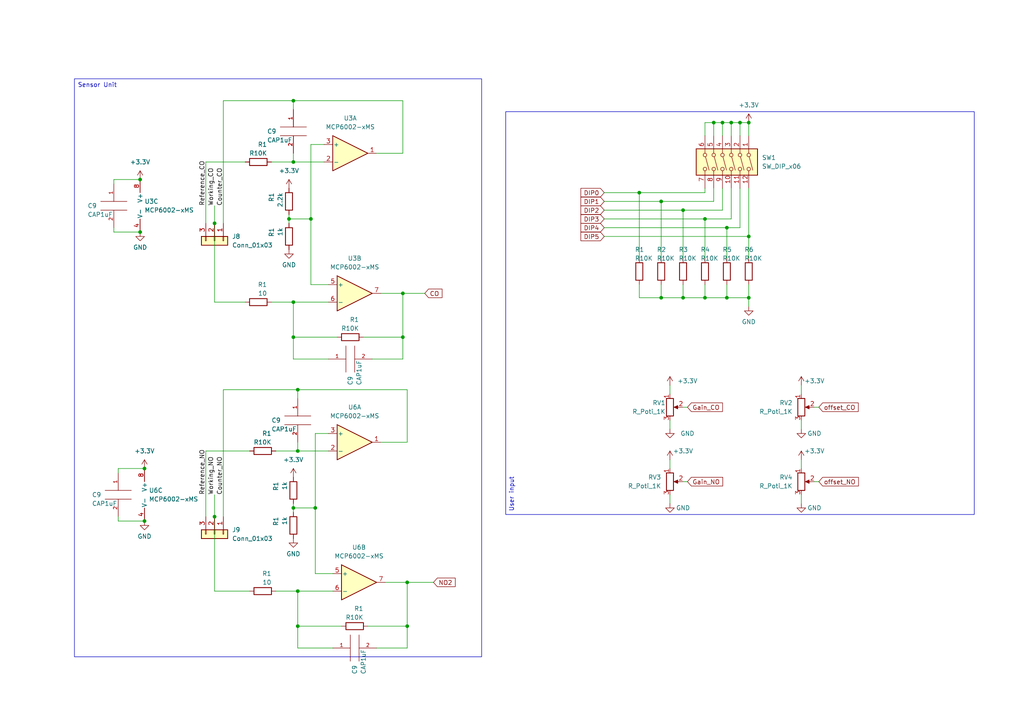
<source format=kicad_sch>
(kicad_sch (version 20230121) (generator eeschema)
  (paper "A4")
  (title_block (title "NO-CO Gas sensor") (date "2023-09-27") (comment 1 "Author: Felix Sarbach"))
  (lib_symbols
    (symbol "Amplifier_Operational:MCP6002-xMS" (pin_names (offset 0.127))
      (property "Reference" "U" (at 0 5.08 0))
      (property "Value" "MCP6002-xMS" (at 0 -5.08 0))
      (symbol "MCP6002-xMS_1_1"
        (polyline (pts (xy -5.08 5.08) (xy 5.08 0) (xy -5.08 -5.08) (xy -5.08 5.08)) (stroke (width 0.254)) (fill (type background)))
        (pin output line (at 7.62 0 180) (length 2.54) (name "~") (number "1"))
        (pin input line (at -7.62 -2.54 0) (length 2.54) (name "-") (number "2"))
        (pin input line (at -7.62 2.54 0) (length 2.54) (name "+") (number "3"))
      )
      (symbol "MCP6002-xMS_2_1"
        (polyline (pts (xy -5.08 5.08) (xy 5.08 0) (xy -5.08 -5.08) (xy -5.08 5.08)) (stroke (width 0.254)) (fill (type background)))
        (pin input line (at -7.62 2.54 0) (length 2.54) (name "+") (number "5"))
        (pin input line (at -7.62 -2.54 0) (length 2.54) (name "-") (number "6"))
        (pin output line (at 7.62 0 180) (length 2.54) (name "~") (number "7"))
      )
      (symbol "MCP6002-xMS_3_1"
        (pin power_in line (at -2.54 -7.62 90) (length 3.81) (name "V-") (number "4"))
        (pin power_in line (at -2.54 7.62 270) (length 3.81) (name "V+") (number "8"))
      )
    )
    (symbol "Connector_Generic:Conn_01x03" (pin_names (offset 1.016) hide)
      (property "Reference" "J" (at 0 5.08 0))
      (property "Value" "Conn_01x03" (at 0 -5.08 0))
      (symbol "Conn_01x03_1_1"
        (rectangle (start -1.27 -2.413) (end 0 -2.667) (stroke (width 0.1524)))
        (rectangle (start -1.27 0.127) (end 0 -0.127) (stroke (width 0.1524)))
        (rectangle (start -1.27 2.667) (end 0 2.413) (stroke (width 0.1524)))
        (rectangle (start -1.27 3.81) (end 1.27 -3.81) (stroke (width 0.254)) (fill (type background)))
        (pin passive line (at -5.08 2.54 0) (length 3.81) (name "Pin_1") (number "1"))
        (pin passive line (at -5.08 0 0) (length 3.81) (name "Pin_2") (number "2"))
        (pin passive line (at -5.08 -2.54 0) (length 3.81) (name "Pin_3") (number "3"))
      )
    )
    (symbol "Device:R" (pin_numbers hide) (pin_names (offset 0))
      (property "Reference" "R" (at 2.032 0 90))
      (property "Value" "R" (at 0 0 90))
      (symbol "R_0_1"
        (rectangle (start -1.016 -2.54) (end 1.016 2.54) (stroke (width 0.254)))
      )
      (symbol "R_1_1"
        (pin passive line (at 0 3.81 270) (length 1.27) (name "~") (number "1"))
        (pin passive line (at 0 -3.81 90) (length 1.27) (name "~") (number "2"))
      )
    )
    (symbol "Device:R_Potentiometer" (pin_names (offset 1.016) hide)
      (property "Reference" "RV" (at -4.445 0 90))
      (property "Value" "R_Potentiometer" (at -2.54 0 90))
      (symbol "R_Potentiometer_0_1"
        (polyline (pts (xy 2.54 0) (xy 1.524 0)))
        (polyline (pts (xy 1.143 0) (xy 2.286 0.508) (xy 2.286 -0.508) (xy 1.143 0)) (fill (type outline)))
        (rectangle (start 1.016 2.54) (end -1.016 -2.54) (stroke (width 0.254)))
      )
      (symbol "R_Potentiometer_1_1"
        (pin passive line (at 0 3.81 270) (length 1.27) (name "1") (number "1"))
        (pin passive line (at 3.81 0 180) (length 1.27) (name "2") (number "2"))
        (pin passive line (at 0 -3.81 90) (length 1.27) (name "3") (number "3"))
      )
    )
    (symbol "Switch:SW_DIP_x06" (pin_names (offset 0) hide)
      (property "Reference" "SW" (at 0 11.43 0))
      (property "Value" "SW_DIP_x06" (at 0 -8.89 0))
      (symbol "SW_DIP_x06_0_0"
        (circle (center -2.032 -5.08) (radius 0.508))
        (circle (center -2.032 -2.54) (radius 0.508))
        (circle (center -2.032 0) (radius 0.508))
        (circle (center -2.032 2.54) (radius 0.508))
        (circle (center -2.032 5.08) (radius 0.508))
        (circle (center -2.032 7.62) (radius 0.508))
        (polyline (pts (xy -1.524 -4.9276) (xy 2.3622 -3.8862)))
        (polyline (pts (xy -1.524 -2.3876) (xy 2.3622 -1.3462)))
        (polyline (pts (xy -1.524 0.127) (xy 2.3622 1.1684)))
        (polyline (pts (xy -1.524 2.667) (xy 2.3622 3.7084)))
        (polyline (pts (xy -1.524 5.207) (xy 2.3622 6.2484)))
        (polyline (pts (xy -1.524 7.747) (xy 2.3622 8.7884)))
        (circle (center 2.032 -5.08) (radius 0.508))
        (circle (center 2.032 -2.54) (radius 0.508))
        (circle (center 2.032 0) (radius 0.508))
        (circle (center 2.032 2.54) (radius 0.508))
        (circle (center 2.032 5.08) (radius 0.508))
        (circle (center 2.032 7.62) (radius 0.508))
      )
      (symbol "SW_DIP_x06_0_1"
        (rectangle (start -3.81 10.16) (end 3.81 -7.62) (stroke (width 0.254)) (fill (type background)))
      )
      (symbol "SW_DIP_x06_1_1"
        (pin passive line (at -7.62 7.62 0) (length 5.08) (name "~") (number "1"))
        (pin passive line (at 7.62 2.54 180) (length 5.08) (name "~") (number "10"))
        (pin passive line (at 7.62 5.08 180) (length 5.08) (name "~") (number "11"))
        (pin passive line (at 7.62 7.62 180) (length 5.08) (name "~") (number "12"))
        (pin passive line (at -7.62 5.08 0) (length 5.08) (name "~") (number "2"))
        (pin passive line (at -7.62 2.54 0) (length 5.08) (name "~") (number "3"))
        (pin passive line (at -7.62 0 0) (length 5.08) (name "~") (number "4"))
        (pin passive line (at -7.62 -2.54 0) (length 5.08) (name "~") (number "5"))
        (pin passive line (at -7.62 -5.08 0) (length 5.08) (name "~") (number "6"))
        (pin passive line (at 7.62 -5.08 180) (length 5.08) (name "~") (number "7"))
        (pin passive line (at 7.62 -2.54 180) (length 5.08) (name "~") (number "8"))
        (pin passive line (at 7.62 0 180) (length 5.08) (name "~") (number "9"))
      )
    )
    (symbol "power:+3.3V" (power) (pin_names (offset 0))
      (property "Value" "+3.3V" (at 0 3.556 0))
      (symbol "+3.3V_0_1"
        (polyline (pts (xy -0.762 1.27) (xy 0 2.54)))
        (polyline (pts (xy 0 0) (xy 0 2.54)))
        (polyline (pts (xy 0 2.54) (xy 0.762 1.27)))
      )
      (symbol "+3.3V_1_1"
        (pin power_in line (at 0 0 90) (length 0) hide (name "+3.3V") (number "1"))
      )
    )
    (symbol "power:GND" (power) (pin_names (offset 0))
      (property "Value" "GND" (at 0 -3.81 0))
      (symbol "GND_0_1"
        (polyline (pts (xy 0 0) (xy 0 -1.27) (xy 1.27 -1.27) (xy 0 -2.54) (xy -1.27 -1.27) (xy 0 -1.27)))
      )
      (symbol "GND_1_1"
        (pin power_in line (at 0 0 270) (length 0) hide (name "GND") (number "1"))
      )
    )
    (symbol "pspice:CAP" (pin_names (offset 0.254))
      (property "Reference" "C" (at 2.54 3.81 90))
      (property "Value" "CAP" (at 2.54 -3.81 90))
      (symbol "CAP_0_1"
        (polyline (pts (xy -3.81 -1.27) (xy 3.81 -1.27)))
        (polyline (pts (xy -3.81 1.27) (xy 3.81 1.27)))
      )
      (symbol "CAP_1_1"
        (pin passive line (at 0 6.35 270) (length 5.08) (name "~") (number "1"))
        (pin passive line (at 0 -6.35 90) (length 5.08) (name "~") (number "2"))
      )
    )
  )
  (junction (at 217.17 86.36))
  (junction (at 207.01 35.56))
  (junction (at 85.09 147.32))
  (junction (at 204.47 63.5))
  (junction (at 209.55 35.56))
  (junction (at 85.09 97.79))
  (junction (at 191.77 58.42))
  (junction (at 210.82 66.04))
  (junction (at 191.77 86.36))
  (junction (at 40.64 52.07))
  (junction (at 116.84 85.09))
  (junction (at 86.36 181.61))
  (junction (at 40.64 67.31))
  (junction (at 85.09 87.63))
  (junction (at 118.11 168.91))
  (junction (at 118.11 181.61))
  (junction (at 116.84 97.79))
  (junction (at 90.17 63.5))
  (junction (at 86.36 113.03))
  (junction (at 217.17 35.56))
  (junction (at 198.12 86.36))
  (junction (at 62.23 64.77))
  (junction (at 217.17 68.58))
  (junction (at 85.09 46.99))
  (junction (at 41.91 135.89))
  (junction (at 185.42 55.88))
  (junction (at 210.82 86.36))
  (junction (at 41.91 151.13))
  (junction (at 83.82 63.5))
  (junction (at 204.47 86.36))
  (junction (at 214.63 35.56))
  (junction (at 86.36 171.45))
  (junction (at 85.09 29.21))
  (junction (at 198.12 60.96))
  (junction (at 91.44 147.32))
  (junction (at 212.09 35.56))
  (junction (at 86.36 130.81))
  (junction (at 62.23 149.86))
  (wire (pts (xy 116.84 97.79) (xy 116.84 85.09)))
  (wire (pts (xy 34.29 151.13) (xy 41.91 151.13)))
  (wire (pts (xy 175.26 63.5) (xy 204.47 63.5)))
  (wire (pts (xy 191.77 58.42) (xy 207.01 58.42)))
  (wire (pts (xy 78.74 46.99) (xy 85.09 46.99)))
  (wire (pts (xy 86.36 113.03) (xy 118.11 113.03)))
  (wire (pts (xy 80.01 130.81) (xy 86.36 130.81)))
  (wire (pts (xy 175.26 66.04) (xy 210.82 66.04)))
  (wire (pts (xy 210.82 86.36) (xy 204.47 86.36)))
  (wire (pts (xy 232.41 143.51) (xy 232.41 146.05)))
  (wire (pts (xy 90.17 41.91) (xy 93.98 41.91)))
  (wire (pts (xy 62.23 64.77) (xy 62.23 87.63)))
  (wire (pts (xy 209.55 35.56) (xy 212.09 35.56)))
  (wire (pts (xy 33.02 53.34) (xy 33.02 52.07)))
  (wire (pts (xy 91.44 125.73) (xy 91.44 147.32)))
  (wire (pts (xy 185.42 86.36) (xy 185.42 82.55)))
  (wire (pts (xy 209.55 35.56) (xy 207.01 35.56)))
  (wire (pts (xy 34.29 137.16) (xy 34.29 135.89)))
  (wire (pts (xy 191.77 58.42) (xy 191.77 74.93)))
  (wire (pts (xy 194.31 121.92) (xy 194.31 124.46)))
  (wire (pts (xy 109.22 187.96) (xy 118.11 187.96)))
  (wire (pts (xy 83.82 63.5) (xy 83.82 62.23)))
  (wire (pts (xy 64.77 113.03) (xy 86.36 113.03)))
  (wire (pts (xy 85.09 87.63) (xy 95.25 87.63)))
  (wire (pts (xy 85.09 147.32) (xy 91.44 147.32)))
  (wire (pts (xy 118.11 128.27) (xy 118.11 113.03)))
  (wire (pts (xy 110.49 128.27) (xy 118.11 128.27)))
  (wire (pts (xy 86.36 181.61) (xy 86.36 187.96)))
  (wire (pts (xy 204.47 63.5) (xy 212.09 63.5)))
  (wire (pts (xy 111.76 168.91) (xy 118.11 168.91)))
  (wire (pts (xy 204.47 63.5) (xy 204.47 74.93)))
  (wire (pts (xy 97.79 97.79) (xy 85.09 97.79)))
  (wire (pts (xy 107.95 104.14) (xy 116.84 104.14)))
  (wire (pts (xy 209.55 60.96) (xy 209.55 54.61)))
  (wire (pts (xy 191.77 82.55) (xy 191.77 86.36)))
  (wire (pts (xy 198.12 86.36) (xy 204.47 86.36)))
  (wire (pts (xy 118.11 187.96) (xy 118.11 181.61)))
  (wire (pts (xy 210.82 82.55) (xy 210.82 86.36)))
  (wire (pts (xy 212.09 63.5) (xy 212.09 54.61)))
  (wire (pts (xy 118.11 181.61) (xy 118.11 168.91)))
  (wire (pts (xy 85.09 29.21) (xy 64.77 29.21)))
  (wire (pts (xy 232.41 133.35) (xy 232.41 135.89)))
  (wire (pts (xy 217.17 54.61) (xy 217.17 68.58)))
  (wire (pts (xy 85.09 87.63) (xy 85.09 97.79)))
  (wire (pts (xy 116.84 85.09) (xy 123.19 85.09)))
  (wire (pts (xy 85.09 29.21) (xy 85.09 31.75)))
  (wire (pts (xy 217.17 82.55) (xy 217.17 86.36)))
  (wire (pts (xy 217.17 88.9) (xy 217.17 86.36)))
  (wire (pts (xy 90.17 41.91) (xy 90.17 63.5)))
  (wire (pts (xy 86.36 171.45) (xy 96.52 171.45)))
  (wire (pts (xy 212.09 35.56) (xy 212.09 39.37)))
  (wire (pts (xy 33.02 67.31) (xy 40.64 67.31)))
  (wire (pts (xy 232.41 121.92) (xy 232.41 124.46)))
  (wire (pts (xy 198.12 60.96) (xy 198.12 74.93)))
  (wire (pts (xy 85.09 44.45) (xy 85.09 46.99)))
  (wire (pts (xy 214.63 66.04) (xy 214.63 54.61)))
  (wire (pts (xy 214.63 35.56) (xy 212.09 35.56)))
  (wire (pts (xy 109.22 44.45) (xy 116.84 44.45)))
  (wire (pts (xy 185.42 55.88) (xy 185.42 74.93)))
  (wire (pts (xy 217.17 68.58) (xy 217.17 74.93)))
  (wire (pts (xy 85.09 46.99) (xy 93.98 46.99)))
  (wire (pts (xy 236.22 139.7) (xy 237.49 139.7)))
  (wire (pts (xy 86.36 130.81) (xy 95.25 130.81)))
  (wire (pts (xy 175.26 55.88) (xy 185.42 55.88)))
  (wire (pts (xy 62.23 171.45) (xy 72.39 171.45)))
  (wire (pts (xy 86.36 128.27) (xy 86.36 130.81)))
  (wire (pts (xy 62.23 59.69) (xy 62.23 64.77)))
  (wire (pts (xy 96.52 187.96) (xy 86.36 187.96)))
  (wire (pts (xy 207.01 35.56) (xy 207.01 39.37)))
  (wire (pts (xy 80.01 171.45) (xy 86.36 171.45)))
  (wire (pts (xy 185.42 55.88) (xy 204.47 55.88)))
  (wire (pts (xy 207.01 58.42) (xy 207.01 54.61)))
  (wire (pts (xy 64.77 29.21) (xy 64.77 64.77)))
  (wire (pts (xy 33.02 52.07) (xy 40.64 52.07)))
  (wire (pts (xy 118.11 168.91) (xy 125.73 168.91)))
  (wire (pts (xy 83.82 64.77) (xy 83.82 63.5)))
  (wire (pts (xy 116.84 44.45) (xy 116.84 29.21)))
  (wire (pts (xy 62.23 143.51) (xy 62.23 149.86)))
  (wire (pts (xy 85.09 29.21) (xy 116.84 29.21)))
  (wire (pts (xy 95.25 104.14) (xy 85.09 104.14)))
  (wire (pts (xy 86.36 171.45) (xy 86.36 181.61)))
  (wire (pts (xy 217.17 35.56) (xy 217.17 39.37)))
  (wire (pts (xy 90.17 82.55) (xy 90.17 63.5)))
  (wire (pts (xy 59.69 130.81) (xy 59.69 149.86)))
  (wire (pts (xy 191.77 86.36) (xy 198.12 86.36)))
  (wire (pts (xy 90.17 82.55) (xy 95.25 82.55)))
  (wire (pts (xy 204.47 35.56) (xy 204.47 39.37)))
  (wire (pts (xy 83.82 63.5) (xy 90.17 63.5)))
  (wire (pts (xy 59.69 46.99) (xy 71.12 46.99)))
  (wire (pts (xy 198.12 60.96) (xy 175.26 60.96)))
  (wire (pts (xy 72.39 130.81) (xy 59.69 130.81)))
  (wire (pts (xy 62.23 149.86) (xy 62.23 171.45)))
  (wire (pts (xy 34.29 135.89) (xy 41.91 135.89)))
  (wire (pts (xy 34.29 149.86) (xy 34.29 151.13)))
  (wire (pts (xy 217.17 35.56) (xy 214.63 35.56)))
  (wire (pts (xy 64.77 113.03) (xy 64.77 149.86)))
  (wire (pts (xy 86.36 113.03) (xy 86.36 115.57)))
  (wire (pts (xy 194.31 133.35) (xy 194.31 135.89)))
  (wire (pts (xy 198.12 60.96) (xy 209.55 60.96)))
  (wire (pts (xy 210.82 66.04) (xy 214.63 66.04)))
  (wire (pts (xy 106.68 181.61) (xy 118.11 181.61)))
  (wire (pts (xy 207.01 35.56) (xy 204.47 35.56)))
  (wire (pts (xy 33.02 66.04) (xy 33.02 67.31)))
  (wire (pts (xy 232.41 111.76) (xy 232.41 114.3)))
  (wire (pts (xy 204.47 54.61) (xy 204.47 55.88)))
  (wire (pts (xy 175.26 58.42) (xy 191.77 58.42)))
  (wire (pts (xy 194.31 111.76) (xy 194.31 114.3)))
  (wire (pts (xy 191.77 86.36) (xy 185.42 86.36)))
  (wire (pts (xy 198.12 139.7) (xy 199.39 139.7)))
  (wire (pts (xy 91.44 166.37) (xy 91.44 147.32)))
  (wire (pts (xy 105.41 97.79) (xy 116.84 97.79)))
  (wire (pts (xy 59.69 46.99) (xy 59.69 64.77)))
  (wire (pts (xy 110.49 85.09) (xy 116.84 85.09)))
  (wire (pts (xy 204.47 82.55) (xy 204.47 86.36)))
  (wire (pts (xy 85.09 104.14) (xy 85.09 97.79)))
  (wire (pts (xy 91.44 166.37) (xy 96.52 166.37)))
  (wire (pts (xy 91.44 125.73) (xy 95.25 125.73)))
  (wire (pts (xy 210.82 86.36) (xy 217.17 86.36)))
  (wire (pts (xy 85.09 147.32) (xy 85.09 146.05)))
  (wire (pts (xy 194.31 143.51) (xy 194.31 146.05)))
  (wire (pts (xy 236.22 118.11) (xy 237.49 118.11)))
  (wire (pts (xy 62.23 87.63) (xy 71.12 87.63)))
  (wire (pts (xy 99.06 181.61) (xy 86.36 181.61)))
  (wire (pts (xy 116.84 104.14) (xy 116.84 97.79)))
  (wire (pts (xy 198.12 118.11) (xy 199.39 118.11)))
  (wire (pts (xy 214.63 35.56) (xy 214.63 39.37)))
  (wire (pts (xy 198.12 82.55) (xy 198.12 86.36)))
  (wire (pts (xy 175.26 68.58) (xy 217.17 68.58)))
  (wire (pts (xy 209.55 35.56) (xy 209.55 39.37)))
  (wire (pts (xy 85.09 148.59) (xy 85.09 147.32)))
  (wire (pts (xy 78.74 87.63) (xy 85.09 87.63)))
  (wire (pts (xy 210.82 66.04) (xy 210.82 74.93)))
  (text_box "Sensor Unit" (at 21.59 22.86 0) (size 118.11 167.64) (effects (font (size 1.27 1.27)) (justify left top)))
  (text_box "User input" (at 146.685 149.225 90) (size 135.89 -116.84) (effects (font (size 1.27 1.27)) (justify left top)))
  (label "Working_NO" (at 62.23 143.51 90))
  (label "Reference_CO" (at 59.69 59.69 90))
  (label "Reference_NO" (at 59.69 143.51 90))
  (label "Counter_NO" (at 64.77 143.51 90))
  (label "Counter_CO" (at 64.77 59.69 90))
  (label "Working_CO" (at 62.23 59.69 90))
  (global_label "DIP0" (shape input) (at 175.26 55.88 180) (property "Intersheetrefs" "${INTERSHEET_REFS}" (effects hide)))
  (global_label "DIP4" (shape input) (at 175.26 66.04 180) (property "Intersheetrefs" "${INTERSHEET_REFS}" (effects hide)))
  (global_label "NO2" (shape input) (at 125.73 168.91 0) (property "Intersheetrefs" "${INTERSHEET_REFS}" (effects hide)))
  (global_label "CO" (shape input) (at 123.19 85.09 0) (property "Intersheetrefs" "${INTERSHEET_REFS}" (effects hide)))
  (global_label "offset_NO" (shape input) (at 237.49 139.7 0) (property "Intersheetrefs" "${INTERSHEET_REFS}" (effects hide)))
  (global_label "DIP2" (shape input) (at 175.26 60.96 180) (property "Intersheetrefs" "${INTERSHEET_REFS}" (effects hide)))
  (global_label "Gain_CO" (shape input) (at 199.39 118.11 0) (property "Intersheetrefs" "${INTERSHEET_REFS}" (effects hide)))
  (global_label "DIP3" (shape input) (at 175.26 63.5 180) (property "Intersheetrefs" "${INTERSHEET_REFS}" (effects hide)))
  (global_label "DIP1" (shape input) (at 175.26 58.42 180) (property "Intersheetrefs" "${INTERSHEET_REFS}" (effects hide)))
  (global_label "offset_CO" (shape input) (at 237.49 118.11 0) (property "Intersheetrefs" "${INTERSHEET_REFS}" (effects hide)))
  (global_label "DIP5" (shape input) (at 175.26 68.58 180) (property "Intersheetrefs" "${INTERSHEET_REFS}" (effects hide)))
  (global_label "Gain_NO" (shape input) (at 199.39 139.7 0) (property "Intersheetrefs" "${INTERSHEET_REFS}" (effects hide)))
  (symbol (lib_id "Device:R") (at 74.93 87.63 90) (unit 1)
    (property "Reference" "R1" (at 77.47 82.55 90) (effects (justify left)))
    (property "Value" "10" (at 77.47 85.09 90) (effects (justify left)))
    (property "Footprint" "Resistor_SMD:R_0603_1608Metric" (effects hide))
    (instances (project "RS485-Gassensor-Dev" (path "" (reference "R1") (unit 1)) (path "" (reference "R8") (unit 1))))
  )
  (symbol (lib_id "power:GND") (at 40.64 67.31 0) (unit 1)
    (property "Reference" "#PWR013" (effects hide))
    (property "Value" "GND" (at 40.64 71.755 0))
    (instances (project "RS485-Gassensor-Dev" (path "" (reference "#PWR013") (unit 1)) (path "" (reference "#PWR021") (unit 1))))
  )
  (symbol (lib_id "power:GND") (at 232.41 124.46 0) (unit 1)
    (property "Reference" "#PWR015" (effects hide))
    (property "Value" "GND" (at 236.22 125.73 0))
  )
  (symbol (lib_id "power:+3.3V") (at 85.09 138.43 0) (unit 1)
    (property "Reference" "#PWR012" (effects hide))
    (property "Value" "+3.3V" (at 85.09 133.35 0))
    (instances (project "RS485-Gassensor-Dev" (path "" (reference "#PWR012") (unit 1)) (path "" (reference "#PWR050") (unit 1))))
  )
  (symbol (lib_id "Device:R") (at 83.82 68.58 180) (unit 1)
    (property "Reference" "R1" (at 78.74 66.04 90) (effects (justify left)))
    (property "Value" "1k" (at 81.28 66.04 90) (effects (justify left)))
    (property "Footprint" "Resistor_SMD:R_0603_1608Metric" (effects hide))
    (instances (project "RS485-Gassensor-Dev" (path "" (reference "R1") (unit 1)) (path "" (reference "R9") (unit 1))))
  )
  (symbol (lib_id "Device:R") (at 102.87 181.61 90) (unit 1)
    (property "Reference" "R1" (at 105.41 176.53 90) (effects (justify left)))
    (property "Value" "R10K" (at 105.41 179.07 90) (effects (justify left)))
    (property "Footprint" "Resistor_SMD:R_0603_1608Metric" (effects hide))
    (instances (project "RS485-Gassensor-Dev" (path "" (reference "R1") (unit 1)) (path "" (reference "R29") (unit 1))))
  )
  (symbol (lib_id "pspice:CAP") (at 101.6 104.14 90) (unit 1)
    (property "Reference" "C9" (at 101.6 111.76 0) (effects (justify left)))
    (property "Value" "CAP1uF" (at 104.14 111.76 0) (effects (justify left)))
    (property "Footprint" "Capacitor_SMD:C_0603_1608Metric" (effects hide))
    (instances (project "RS485-Gassensor-Dev" (path "" (reference "C9") (unit 1)) (path "" (reference "C9") (unit 1)) (path "" (reference "C9") (unit 1)) (path "" (reference "C15") (unit 1))))
  )
  (symbol (lib_id "power:+3.3V") (at 41.91 135.89 0) (unit 1)
    (property "Reference" "#PWR012" (effects hide))
    (property "Value" "+3.3V" (at 41.91 130.81 0))
    (instances (project "RS485-Gassensor-Dev" (path "" (reference "#PWR012") (unit 1)) (path "" (reference "#PWR028") (unit 1))))
  )
  (symbol (lib_id "Device:R") (at 83.82 58.42 180) (unit 1)
    (property "Reference" "R1" (at 78.74 55.88 90) (effects (justify left)))
    (property "Value" "2.2k" (at 81.28 55.88 90) (effects (justify left)))
    (property "Footprint" "Resistor_SMD:R_0603_1608Metric" (effects hide))
    (instances (project "RS485-Gassensor-Dev" (path "" (reference "R1") (unit 1)) (path "" (reference "R14") (unit 1))))
  )
  (symbol (lib_id "pspice:CAP") (at 86.36 121.92 0) (unit 1)
    (property "Reference" "C9" (at 78.74 121.92 0) (effects (justify left)))
    (property "Value" "CAP1uF" (at 78.74 124.46 0) (effects (justify left)))
    (property "Footprint" "Capacitor_SMD:C_0603_1608Metric" (effects hide))
    (instances (project "RS485-Gassensor-Dev" (path "" (reference "C9") (unit 1)) (path "" (reference "C9") (unit 1)) (path "" (reference "C9") (unit 1)) (path "" (reference "C13") (unit 1))))
  )
  (symbol (lib_id "Device:R") (at 85.09 142.24 180) (unit 1)
    (property "Reference" "R1" (at 80.01 139.7 90) (effects (justify left)))
    (property "Value" "1k" (at 82.55 139.7 90) (effects (justify left)))
    (property "Footprint" "Resistor_SMD:R_0603_1608Metric" (effects hide))
    (instances (project "RS485-Gassensor-Dev" (path "" (reference "R1") (unit 1)) (path "" (reference "R27") (unit 1))))
  )
  (symbol (lib_id "Device:R") (at 191.77 78.74 0) (unit 1)
    (property "Reference" "R2" (at 190.5 72.39 0) (effects (justify left)))
    (property "Value" "R10K" (at 190.5 74.93 0) (effects (justify left)))
    (property "Footprint" "Resistor_SMD:R_0603_1608Metric" (effects hide))
  )
  (symbol (lib_id "power:+3.3V") (at 83.82 54.61 0) (unit 1)
    (property "Reference" "#PWR012" (effects hide))
    (property "Value" "+3.3V" (at 83.82 49.53 0))
    (instances (project "RS485-Gassensor-Dev" (path "" (reference "#PWR012") (unit 1)) (path "" (reference "#PWR025") (unit 1))))
  )
  (symbol (lib_id "Device:R") (at 85.09 152.4 180) (unit 1)
    (property "Reference" "R1" (at 80.01 149.86 90) (effects (justify left)))
    (property "Value" "1k" (at 82.55 149.86 90) (effects (justify left)))
    (property "Footprint" "Resistor_SMD:R_0603_1608Metric" (effects hide))
    (instances (project "RS485-Gassensor-Dev" (path "" (reference "R1") (unit 1)) (path "" (reference "R28") (unit 1))))
  )
  (symbol (lib_id "power:GND") (at 194.31 124.46 0) (unit 1)
    (property "Reference" "#PWR09" (effects hide))
    (property "Value" "GND" (at 199.39 125.73 0))
  )
  (symbol (lib_id "Amplifier_Operational:MCP6002-xMS") (at 43.18 59.69 0) (unit 3)
    (property "Reference" "U3" (at 41.91 58.42 0) (effects (justify left)))
    (property "Value" "MCP6002-xMS" (at 41.91 60.96 0) (effects (justify left)))
    (property "Footprint" "Package_SO:SOIC-8_3.9x4.9mm_P1.27mm" (effects hide))
    (property "Datasheet" "http://ww1.microchip.com/downloads/en/DeviceDoc/21733j.pdf" (effects hide))
  )
  (symbol (lib_id "power:+3.3V") (at 217.17 35.56 0) (unit 1)
    (property "Reference" "#PWR012" (effects hide))
    (property "Value" "+3.3V" (at 217.17 30.48 0))
  )
  (symbol (lib_id "Device:R") (at 198.12 78.74 0) (unit 1)
    (property "Reference" "R3" (at 196.85 72.39 0) (effects (justify left)))
    (property "Value" "R10K" (at 196.85 74.93 0) (effects (justify left)))
    (property "Footprint" "Resistor_SMD:R_0603_1608Metric" (effects hide))
  )
  (symbol (lib_id "power:+3.3V") (at 232.41 111.76 0) (unit 1)
    (property "Reference" "#PWR014" (effects hide))
    (property "Value" "+3.3V" (at 236.22 110.49 0))
  )
  (symbol (lib_id "power:+3.3V") (at 232.41 133.35 0) (unit 1)
    (property "Reference" "#PWR016" (effects hide))
    (property "Value" "+3.3V" (at 236.22 130.81 0))
  )
  (symbol (lib_id "Device:R") (at 74.93 46.99 90) (unit 1)
    (property "Reference" "R1" (at 77.47 41.91 90) (effects (justify left)))
    (property "Value" "R10K" (at 77.47 44.45 90) (effects (justify left)))
    (property "Footprint" "Resistor_SMD:R_0603_1608Metric" (effects hide))
    (instances (project "RS485-Gassensor-Dev" (path "" (reference "R1") (unit 1)) (path "" (reference "R7") (unit 1))))
  )
  (symbol (lib_id "Device:R") (at 76.2 130.81 90) (unit 1)
    (property "Reference" "R1" (at 78.74 125.73 90) (effects (justify left)))
    (property "Value" "R10K" (at 78.74 128.27 90) (effects (justify left)))
    (property "Footprint" "Resistor_SMD:R_0603_1608Metric" (effects hide))
    (instances (project "RS485-Gassensor-Dev" (path "" (reference "R1") (unit 1)) (path "" (reference "R25") (unit 1))))
  )
  (symbol (lib_id "Device:R_Potentiometer") (at 194.31 118.11 0) (unit 1)
    (property "Reference" "RV1" (at 193.04 116.84 0) (effects (justify right)))
    (property "Value" "R_Poti_1K" (at 193.04 119.38 0) (effects (justify right)))
    (property "Footprint" "PCM_Potentiometer_SMD_AKL:Potentiometer_Bourns_3214J_Horizontal" (effects hide))
  )
  (symbol (lib_id "power:GND") (at 83.82 72.39 0) (unit 1)
    (property "Reference" "#PWR013" (effects hide))
    (property "Value" "GND" (at 83.82 76.835 0))
    (instances (project "RS485-Gassensor-Dev" (path "" (reference "#PWR013") (unit 1)) (path "" (reference "#PWR027") (unit 1))))
  )
  (symbol (lib_id "Amplifier_Operational:MCP6002-xMS") (at 44.45 143.51 0) (unit 3)
    (property "Reference" "U6" (at 43.18 142.24 0) (effects (justify left)))
    (property "Value" "MCP6002-xMS" (at 43.18 144.78 0) (effects (justify left)))
    (property "Footprint" "Package_SO:SOIC-8_3.9x4.9mm_P1.27mm" (effects hide))
    (property "Datasheet" "http://ww1.microchip.com/downloads/en/DeviceDoc/21733j.pdf" (effects hide))
  )
  (symbol (lib_id "Device:R") (at 101.6 97.79 90) (unit 1)
    (property "Reference" "R1" (at 104.14 92.71 90) (effects (justify left)))
    (property "Value" "R10K" (at 104.14 95.25 90) (effects (justify left)))
    (property "Footprint" "Resistor_SMD:R_0603_1608Metric" (effects hide))
    (instances (project "RS485-Gassensor-Dev" (path "" (reference "R1") (unit 1)) (path "" (reference "R24") (unit 1))))
  )
  (symbol (lib_id "power:GND") (at 232.41 146.05 0) (unit 1)
    (property "Reference" "#PWR017" (effects hide))
    (property "Value" "GND" (at 236.22 147.32 0))
  )
  (symbol (lib_id "Switch:SW_DIP_x06") (at 209.55 46.99 270) (unit 1)
    (property "Reference" "SW1" (at 220.98 45.72 90) (effects (justify left)))
    (property "Value" "SW_DIP_x06" (at 220.98 48.26 90) (effects (justify left)))
    (property "Footprint" "Package_DIP:SMDIP-12_W9.53mm" (effects hide))
  )
  (symbol (lib_id "pspice:CAP") (at 33.02 59.69 0) (unit 1)
    (property "Reference" "C9" (at 25.4 59.69 0) (effects (justify left)))
    (property "Value" "CAP1uF" (at 25.4 62.23 0) (effects (justify left)))
    (property "Footprint" "Capacitor_SMD:C_1206_3216Metric" (effects hide))
    (instances (project "RS485-Gassensor-Dev" (path "" (reference "C9") (unit 1)) (path "" (reference "C9") (unit 1)) (path "" (reference "C9") (unit 1)) (path "" (reference "C10") (unit 1))))
  )
  (symbol (lib_id "power:+3.3V") (at 194.31 111.76 0) (unit 1)
    (property "Reference" "#PWR08" (effects hide))
    (property "Value" "+3.3V" (at 199.39 110.49 0))
  )
  (symbol (lib_id "Device:R") (at 204.47 78.74 0) (unit 1)
    (property "Reference" "R4" (at 203.2 72.39 0) (effects (justify left)))
    (property "Value" "R10K" (at 203.2 74.93 0) (effects (justify left)))
    (property "Footprint" "Resistor_SMD:R_0603_1608Metric" (effects hide))
  )
  (symbol (lib_id "pspice:CAP") (at 85.09 38.1 0) (unit 1)
    (property "Reference" "C9" (at 77.47 38.1 0) (effects (justify left)))
    (property "Value" "CAP1uF" (at 77.47 40.64 0) (effects (justify left)))
    (property "Footprint" "Capacitor_SMD:C_0603_1608Metric" (effects hide))
    (instances (project "RS485-Gassensor-Dev" (path "" (reference "C9") (unit 1)) (path "" (reference "C9") (unit 1)) (path "" (reference "C9") (unit 1)) (path "" (reference "C11") (unit 1))))
  )
  (symbol (lib_id "Device:R_Potentiometer") (at 194.31 139.7 0) (unit 1)
    (property "Reference" "RV3" (at 191.77 138.43 0) (effects (justify right)))
    (property "Value" "R_Poti_1K" (at 191.77 140.97 0) (effects (justify right)))
    (property "Footprint" "PCM_Potentiometer_SMD_AKL:Potentiometer_Bourns_3214J_Horizontal" (effects hide))
  )
  (symbol (lib_id "power:GND") (at 217.17 88.9 0) (unit 1)
    (property "Reference" "#PWR013" (effects hide))
    (property "Value" "GND" (at 217.17 93.345 0))
  )
  (symbol (lib_id "Device:R") (at 217.17 78.74 0) (unit 1)
    (property "Reference" "R6" (at 215.9 72.39 0) (effects (justify left)))
    (property "Value" "R10K" (at 215.9 74.93 0) (effects (justify left)))
    (property "Footprint" "Resistor_SMD:R_0603_1608Metric" (effects hide))
  )
  (symbol (lib_id "Device:R_Potentiometer") (at 232.41 139.7 0) (unit 1)
    (property "Reference" "RV4" (at 229.87 138.43 0) (effects (justify right)))
    (property "Value" "R_Poti_1K" (at 229.87 140.97 0) (effects (justify right)))
    (property "Footprint" "PCM_Potentiometer_SMD_AKL:Potentiometer_Bourns_3214J_Horizontal" (effects hide))
  )
  (symbol (lib_id "power:+3.3V") (at 194.31 133.35 0) (unit 1)
    (property "Reference" "#PWR010" (effects hide))
    (property "Value" "+3.3V" (at 198.12 130.81 0))
  )
  (symbol (lib_id "Connector_Generic:Conn_01x03") (at 62.23 154.94 270) (unit 1)
    (property "Reference" "J9" (at 67.31 153.67 90) (effects (justify left)))
    (property "Value" "Conn_01x03" (at 67.31 156.21 90) (effects (justify left)))
    (property "Footprint" "Connector_PinHeader_2.54mm:PinHeader_1x03_P2.54mm_Vertical" (effects hide))
  )
  (symbol (lib_id "pspice:CAP") (at 102.87 187.96 90) (unit 1)
    (property "Reference" "C9" (at 102.87 195.58 0) (effects (justify left)))
    (property "Value" "CAP1uF" (at 105.41 195.58 0) (effects (justify left)))
    (property "Footprint" "Capacitor_SMD:C_0603_1608Metric" (effects hide))
    (instances (project "RS485-Gassensor-Dev" (path "" (reference "C9") (unit 1)) (path "" (reference "C9") (unit 1)) (path "" (reference "C9") (unit 1)) (path "" (reference "C14") (unit 1))))
  )
  (symbol (lib_id "power:GND") (at 85.09 156.21 0) (unit 1)
    (property "Reference" "#PWR013" (effects hide))
    (property "Value" "GND" (at 85.09 160.655 0))
    (instances (project "RS485-Gassensor-Dev" (path "" (reference "#PWR013") (unit 1)) (path "" (reference "#PWR051") (unit 1))))
  )
  (symbol (lib_id "Amplifier_Operational:MCP6002-xMS") (at 102.87 85.09 0) (unit 2)
    (property "Reference" "U3" (at 102.87 74.93 0))
    (property "Value" "MCP6002-xMS" (at 102.87 77.47 0))
    (property "Footprint" "Package_SO:SOIC-8_3.9x4.9mm_P1.27mm" (effects hide))
    (property "Datasheet" "http://ww1.microchip.com/downloads/en/DeviceDoc/21733j.pdf" (effects hide))
  )
  (symbol (lib_id "Amplifier_Operational:MCP6002-xMS") (at 102.87 128.27 0) (unit 1)
    (property "Reference" "U6" (at 102.87 118.11 0))
    (property "Value" "MCP6002-xMS" (at 102.87 120.65 0))
    (property "Footprint" "Package_SO:SOIC-8_3.9x4.9mm_P1.27mm" (effects hide))
    (property "Datasheet" "http://ww1.microchip.com/downloads/en/DeviceDoc/21733j.pdf" (effects hide))
  )
  (symbol (lib_id "power:GND") (at 194.31 146.05 0) (unit 1)
    (property "Reference" "#PWR011" (effects hide))
    (property "Value" "GND" (at 198.12 147.32 0))
  )
  (symbol (lib_id "pspice:CAP") (at 34.29 143.51 0) (unit 1)
    (property "Reference" "C9" (at 26.67 143.51 0) (effects (justify left)))
    (property "Value" "CAP1uF" (at 26.67 146.05 0) (effects (justify left)))
    (property "Footprint" "Capacitor_SMD:C_1206_3216Metric" (effects hide))
    (instances (project "RS485-Gassensor-Dev" (path "" (reference "C9") (unit 1)) (path "" (reference "C9") (unit 1)) (path "" (reference "C9") (unit 1)) (path "" (reference "C12") (unit 1))))
  )
  (symbol (lib_id "power:+3.3V") (at 40.64 52.07 0) (unit 1)
    (property "Reference" "#PWR012" (effects hide))
    (property "Value" "+3.3V" (at 40.64 46.99 0))
    (instances (project "RS485-Gassensor-Dev" (path "" (reference "#PWR012") (unit 1)) (path "" (reference "#PWR020") (unit 1))))
  )
  (symbol (lib_id "Amplifier_Operational:MCP6002-xMS") (at 104.14 168.91 0) (unit 2)
    (property "Reference" "U6" (at 104.14 158.75 0))
    (property "Value" "MCP6002-xMS" (at 104.14 161.29 0))
    (property "Footprint" "Package_SO:SOIC-8_3.9x4.9mm_P1.27mm" (effects hide))
    (property "Datasheet" "http://ww1.microchip.com/downloads/en/DeviceDoc/21733j.pdf" (effects hide))
  )
  (symbol (lib_id "Device:R_Potentiometer") (at 232.41 118.11 0) (unit 1)
    (property "Reference" "RV2" (at 229.87 116.84 0) (effects (justify right)))
    (property "Value" "R_Poti_1K" (at 229.87 119.38 0) (effects (justify right)))
    (property "Footprint" "PCM_Potentiometer_SMD_AKL:Potentiometer_Bourns_3214J_Horizontal" (effects hide))
  )
  (symbol (lib_id "Device:R") (at 185.42 78.74 0) (unit 1)
    (property "Reference" "R1" (at 184.15 72.39 0) (effects (justify left)))
    (property "Value" "R10K" (at 184.15 74.93 0) (effects (justify left)))
    (property "Footprint" "Resistor_SMD:R_0603_1608Metric" (effects hide))
  )
  (symbol (lib_id "Amplifier_Operational:MCP6002-xMS") (at 101.6 44.45 0) (unit 1)
    (property "Reference" "U3" (at 101.6 34.29 0))
    (property "Value" "MCP6002-xMS" (at 101.6 36.83 0))
    (property "Footprint" "Package_SO:SOIC-8_3.9x4.9mm_P1.27mm" (effects hide))
    (property "Datasheet" "http://ww1.microchip.com/downloads/en/DeviceDoc/21733j.pdf" (effects hide))
  )
  (symbol (lib_id "Device:R") (at 76.2 171.45 90) (unit 1)
    (property "Reference" "R1" (at 78.74 166.37 90) (effects (justify left)))
    (property "Value" "10" (at 78.74 168.91 90) (effects (justify left)))
    (property "Footprint" "Resistor_SMD:R_0603_1608Metric" (effects hide))
    (instances (project "RS485-Gassensor-Dev" (path "" (reference "R1") (unit 1)) (path "" (reference "R26") (unit 1))))
  )
  (symbol (lib_id "Device:R") (at 210.82 78.74 0) (unit 1)
    (property "Reference" "R5" (at 209.55 72.39 0) (effects (justify left)))
    (property "Value" "R10K" (at 209.55 74.93 0) (effects (justify left)))
    (property "Footprint" "Resistor_SMD:R_0603_1608Metric" (effects hide))
  )
  (symbol (lib_id "Connector_Generic:Conn_01x03") (at 62.23 69.85 270) (unit 1)
    (property "Reference" "J8" (at 67.31 68.58 90) (effects (justify left)))
    (property "Value" "Conn_01x03" (at 67.31 71.12 90) (effects (justify left)))
    (property "Footprint" "Connector_PinHeader_2.54mm:PinHeader_1x03_P2.54mm_Vertical" (effects hide))
  )
  (symbol (lib_id "power:GND") (at 41.91 151.13 0) (unit 1)
    (property "Reference" "#PWR013" (effects hide))
    (property "Value" "GND" (at 41.91 155.575 0))
    (instances (project "RS485-Gassensor-Dev" (path "" (reference "#PWR013") (unit 1)) (path "" (reference "#PWR045") (unit 1))))
  )
)
</source>
